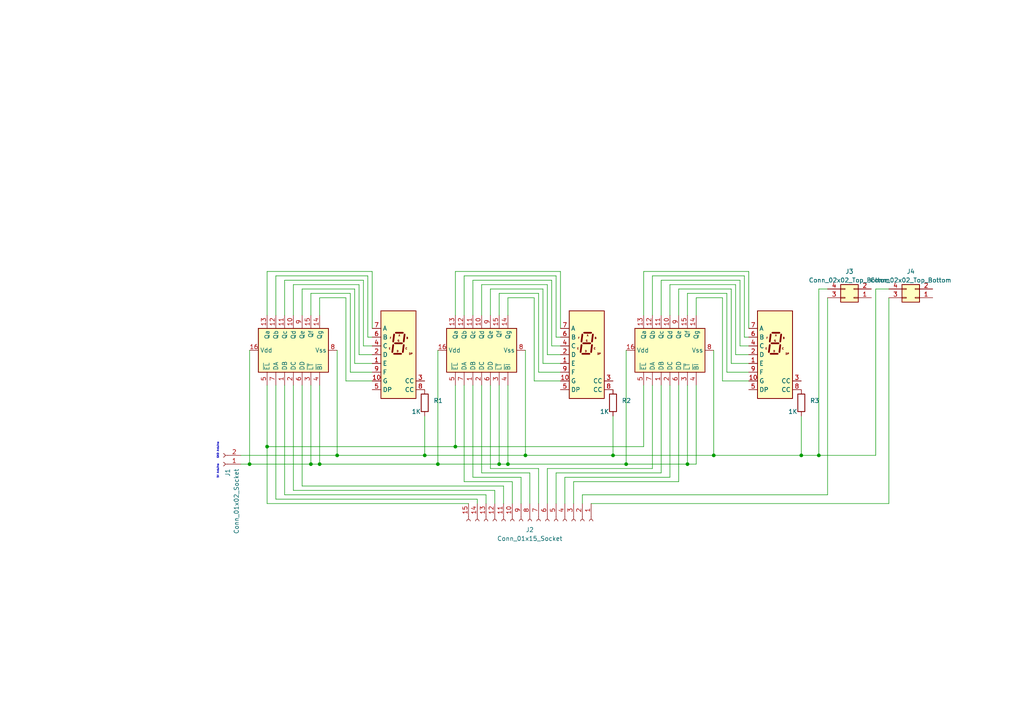
<source format=kicad_sch>
(kicad_sch (version 20230121) (generator eeschema)
  (paper "A4")
  (lib_symbols
    (symbol "4xxx_IEEE:4511"
      (property "Reference" "U" (at 8.89 11.43 0))
      (property "Value" "4511" (at 8.89 -11.43 0))
      (symbol "4511_0_1"
        (rectangle (start -6.35 10.16) (end 6.35 -10.16) (stroke (width 0.254)) (fill (type background)))
      )
      (symbol "4511_1_1"
        (pin input line (at -10.16 2.54 0) (length 3.81) (name "DB") (number "1"))
        (pin output line (at 10.16 0 180) (length 3.81) (name "Qd") (number "10"))
        (pin output line (at 10.16 2.54 180) (length 3.81) (name "Qc") (number "11"))
        (pin output line (at 10.16 5.08 180) (length 3.81) (name "Qb") (number "12"))
        (pin output line (at 10.16 7.62 180) (length 3.81) (name "Qa") (number "13"))
        (pin output line (at 10.16 -7.62 180) (length 3.81) (name "Qg") (number "14"))
        (pin output line (at 10.16 -5.08 180) (length 3.81) (name "Qf") (number "15"))
        (pin power_in line (at 0 12.7 270) (length 2.54) (name "Vdd") (number "16"))
        (pin input line (at -10.16 0 0) (length 3.81) (name "DC") (number "2"))
        (pin input line (at -10.16 -5.08 0) (length 3.81) (name "~{LT}") (number "3"))
        (pin input line (at -10.16 -7.62 0) (length 3.81) (name "~{BI}") (number "4"))
        (pin input line (at -10.16 7.62 0) (length 3.81) (name "~{EL}") (number "5"))
        (pin input line (at -10.16 -2.54 0) (length 3.81) (name "DD") (number "6"))
        (pin input line (at -10.16 5.08 0) (length 3.81) (name "DA") (number "7"))
        (pin power_in line (at 0 -12.7 90) (length 2.54) (name "Vss") (number "8"))
        (pin output line (at 10.16 -2.54 180) (length 3.81) (name "Qe") (number "9"))
      )
    )
    (symbol "Connector:Conn_01x02_Socket" (pin_names (offset 1.016) hide)
      (property "Reference" "J" (at 0 2.54 0))
      (property "Value" "Conn_01x02_Socket" (at 0 -5.08 0))
      (symbol "Conn_01x02_Socket_1_1"
        (arc (start 0 -2.032) (mid -0.5058 -2.54) (end 0 -3.048) (stroke (width 0.1524)))
        (polyline (pts (xy -1.27 -2.54) (xy -0.508 -2.54)) (stroke (width 0.1524)))
        (polyline (pts (xy -1.27 0) (xy -0.508 0)) (stroke (width 0.1524)))
        (arc (start 0 0.508) (mid -0.5058 0) (end 0 -0.508) (stroke (width 0.1524)))
        (pin passive line (at -5.08 0 0) (length 3.81) (name "Pin_1") (number "1"))
        (pin passive line (at -5.08 -2.54 0) (length 3.81) (name "Pin_2") (number "2"))
      )
    )
    (symbol "Connector:Conn_01x15_Socket" (pin_names (offset 1.016) hide)
      (property "Reference" "J" (at 0 20.32 0))
      (property "Value" "Conn_01x15_Socket" (at 0 -20.32 0))
      (symbol "Conn_01x15_Socket_1_1"
        (arc (start 0 -17.272) (mid -0.5058 -17.78) (end 0 -18.288) (stroke (width 0.1524)))
        (arc (start 0 -14.732) (mid -0.5058 -15.24) (end 0 -15.748) (stroke (width 0.1524)))
        (arc (start 0 -12.192) (mid -0.5058 -12.7) (end 0 -13.208) (stroke (width 0.1524)))
        (arc (start 0 -9.652) (mid -0.5058 -10.16) (end 0 -10.668) (stroke (width 0.1524)))
        (arc (start 0 -7.112) (mid -0.5058 -7.62) (end 0 -8.128) (stroke (width 0.1524)))
        (arc (start 0 -4.572) (mid -0.5058 -5.08) (end 0 -5.588) (stroke (width 0.1524)))
        (arc (start 0 -2.032) (mid -0.5058 -2.54) (end 0 -3.048) (stroke (width 0.1524)))
        (polyline (pts (xy -1.27 -17.78) (xy -0.508 -17.78)) (stroke (width 0.1524)))
        (polyline (pts (xy -1.27 -15.24) (xy -0.508 -15.24)) (stroke (width 0.1524)))
        (polyline (pts (xy -1.27 -12.7) (xy -0.508 -12.7)) (stroke (width 0.1524)))
        (polyline (pts (xy -1.27 -10.16) (xy -0.508 -10.16)) (stroke (width 0.1524)))
        (polyline (pts (xy -1.27 -7.62) (xy -0.508 -7.62)) (stroke (width 0.1524)))
        (polyline (pts (xy -1.27 -5.08) (xy -0.508 -5.08)) (stroke (width 0.1524)))
        (polyline (pts (xy -1.27 -2.54) (xy -0.508 -2.54)) (stroke (width 0.1524)))
        (polyline (pts (xy -1.27 0) (xy -0.508 0)) (stroke (width 0.1524)))
        (polyline (pts (xy -1.27 2.54) (xy -0.508 2.54)) (stroke (width 0.1524)))
        (polyline (pts (xy -1.27 5.08) (xy -0.508 5.08)) (stroke (width 0.1524)))
        (polyline (pts (xy -1.27 7.62) (xy -0.508 7.62)) (stroke (width 0.1524)))
        (polyline (pts (xy -1.27 10.16) (xy -0.508 10.16)) (stroke (width 0.1524)))
        (polyline (pts (xy -1.27 12.7) (xy -0.508 12.7)) (stroke (width 0.1524)))
        (polyline (pts (xy -1.27 15.24) (xy -0.508 15.24)) (stroke (width 0.1524)))
        (polyline (pts (xy -1.27 17.78) (xy -0.508 17.78)) (stroke (width 0.1524)))
        (arc (start 0 0.508) (mid -0.5058 0) (end 0 -0.508) (stroke (width 0.1524)))
        (arc (start 0 3.048) (mid -0.5058 2.54) (end 0 2.032) (stroke (width 0.1524)))
        (arc (start 0 5.588) (mid -0.5058 5.08) (end 0 4.572) (stroke (width 0.1524)))
        (arc (start 0 8.128) (mid -0.5058 7.62) (end 0 7.112) (stroke (width 0.1524)))
        (arc (start 0 10.668) (mid -0.5058 10.16) (end 0 9.652) (stroke (width 0.1524)))
        (arc (start 0 13.208) (mid -0.5058 12.7) (end 0 12.192) (stroke (width 0.1524)))
        (arc (start 0 15.748) (mid -0.5058 15.24) (end 0 14.732) (stroke (width 0.1524)))
        (arc (start 0 18.288) (mid -0.5058 17.78) (end 0 17.272) (stroke (width 0.1524)))
        (pin passive line (at -5.08 17.78 0) (length 3.81) (name "Pin_1") (number "1"))
        (pin passive line (at -5.08 -5.08 0) (length 3.81) (name "Pin_10") (number "10"))
        (pin passive line (at -5.08 -7.62 0) (length 3.81) (name "Pin_11") (number "11"))
        (pin passive line (at -5.08 -10.16 0) (length 3.81) (name "Pin_12") (number "12"))
        (pin passive line (at -5.08 -12.7 0) (length 3.81) (name "Pin_13") (number "13"))
        (pin passive line (at -5.08 -15.24 0) (length 3.81) (name "Pin_14") (number "14"))
        (pin passive line (at -5.08 -17.78 0) (length 3.81) (name "Pin_15") (number "15"))
        (pin passive line (at -5.08 15.24 0) (length 3.81) (name "Pin_2") (number "2"))
        (pin passive line (at -5.08 12.7 0) (length 3.81) (name "Pin_3") (number "3"))
        (pin passive line (at -5.08 10.16 0) (length 3.81) (name "Pin_4") (number "4"))
        (pin passive line (at -5.08 7.62 0) (length 3.81) (name "Pin_5") (number "5"))
        (pin passive line (at -5.08 5.08 0) (length 3.81) (name "Pin_6") (number "6"))
        (pin passive line (at -5.08 2.54 0) (length 3.81) (name "Pin_7") (number "7"))
        (pin passive line (at -5.08 0 0) (length 3.81) (name "Pin_8") (number "8"))
        (pin passive line (at -5.08 -2.54 0) (length 3.81) (name "Pin_9") (number "9"))
      )
    )
    (symbol "Connector_Generic:Conn_02x02_Top_Bottom" (pin_names (offset 1.016) hide)
      (property "Reference" "J" (at 1.27 2.54 0))
      (property "Value" "Conn_02x02_Top_Bottom" (at 1.27 -5.08 0))
      (symbol "Conn_02x02_Top_Bottom_1_1"
        (rectangle (start -1.27 -2.413) (end 0 -2.667) (stroke (width 0.1524)))
        (rectangle (start -1.27 0.127) (end 0 -0.127) (stroke (width 0.1524)))
        (rectangle (start -1.27 1.27) (end 3.81 -3.81) (stroke (width 0.254)) (fill (type background)))
        (rectangle (start 3.81 -2.413) (end 2.54 -2.667) (stroke (width 0.1524)))
        (rectangle (start 3.81 0.127) (end 2.54 -0.127) (stroke (width 0.1524)))
        (pin passive line (at -5.08 0 0) (length 3.81) (name "Pin_1") (number "1"))
        (pin passive line (at -5.08 -2.54 0) (length 3.81) (name "Pin_2") (number "2"))
        (pin passive line (at 7.62 0 180) (length 3.81) (name "Pin_3") (number "3"))
        (pin passive line (at 7.62 -2.54 180) (length 3.81) (name "Pin_4") (number "4"))
      )
    )
    (symbol "Device:R" (pin_numbers hide) (pin_names (offset 0))
      (property "Reference" "R" (at 2.032 0 90))
      (property "Value" "R" (at 0 0 90))
      (symbol "R_0_1"
        (rectangle (start -1.016 -2.54) (end 1.016 2.54) (stroke (width 0.254)))
      )
      (symbol "R_1_1"
        (pin passive line (at 0 3.81 270) (length 1.27) (name "~") (number "1"))
        (pin passive line (at 0 -3.81 90) (length 1.27) (name "~") (number "2"))
      )
    )
    (symbol "Display_Character:D168K"
      (property "Reference" "U" (at -2.54 13.97 0))
      (property "Value" "D168K" (at 1.27 13.97 0))
      (symbol "D168K_0_0"
        (text "A" (at 0.254 5.588 0) (effects (font (size 0.508 0.508))))
        (text "B" (at 2.54 4.826 0) (effects (font (size 0.508 0.508))))
        (text "C" (at 2.286 1.778 0) (effects (font (size 0.508 0.508))))
        (text "D" (at -0.254 1.016 0) (effects (font (size 0.508 0.508))))
        (text "DP" (at 3.556 0.254 0) (effects (font (size 0.508 0.508))))
        (text "E" (at -2.54 1.778 0) (effects (font (size 0.508 0.508))))
        (text "F" (at -2.286 4.826 0) (effects (font (size 0.508 0.508))))
        (text "G" (at 0 4.064 0) (effects (font (size 0.508 0.508))))
      )
      (symbol "D168K_0_1"
        (rectangle (start -5.08 12.7) (end 5.08 -12.7) (stroke (width 0.254)) (fill (type background)))
        (polyline (pts (xy -1.524 2.794) (xy -1.778 0.762)) (stroke (width 0.508)))
        (polyline (pts (xy -1.27 0.254) (xy 0.762 0.254)) (stroke (width 0.508)))
        (polyline (pts (xy -1.27 5.842) (xy -1.524 3.81)) (stroke (width 0.508)))
        (polyline (pts (xy -1.016 3.302) (xy 1.016 3.302)) (stroke (width 0.508)))
        (polyline (pts (xy -0.762 6.35) (xy 1.27 6.35)) (stroke (width 0.508)))
        (polyline (pts (xy 1.524 2.794) (xy 1.27 0.762)) (stroke (width 0.508)))
        (polyline (pts (xy 1.778 5.842) (xy 1.524 3.81)) (stroke (width 0.508)))
        (polyline (pts (xy 2.54 0.254) (xy 2.54 0.254)) (stroke (width 0.508)))
      )
      (symbol "D168K_1_1"
        (pin input line (at -7.62 -2.54 0) (length 2.54) (name "E") (number "1"))
        (pin input line (at -7.62 -7.62 0) (length 2.54) (name "G") (number "10"))
        (pin input line (at -7.62 0 0) (length 2.54) (name "D") (number "2"))
        (pin input line (at 7.62 -7.62 180) (length 2.54) (name "CC") (number "3"))
        (pin input line (at -7.62 2.54 0) (length 2.54) (name "C") (number "4"))
        (pin input line (at -7.62 -10.16 0) (length 2.54) (name "DP") (number "5"))
        (pin input line (at -7.62 5.08 0) (length 2.54) (name "B") (number "6"))
        (pin input line (at -7.62 7.62 0) (length 2.54) (name "A") (number "7"))
        (pin input line (at 7.62 -10.16 180) (length 2.54) (name "CC") (number "8"))
        (pin input line (at -7.62 -5.08 0) (length 2.54) (name "F") (number "9"))
      )
    )
  )
  (junction (at 199.39 134.62))
  (junction (at 232.41 132.08))
  (junction (at 237.49 132.08))
  (junction (at 207.01 132.08))
  (junction (at 92.71 134.62))
  (junction (at 90.17 134.62))
  (junction (at 147.32 134.62))
  (junction (at 72.39 134.62))
  (junction (at 123.19 132.08))
  (junction (at 152.4 132.08))
  (junction (at 144.78 134.62))
  (junction (at 77.47 129.54))
  (junction (at 97.79 132.08))
  (junction (at 132.08 129.54))
  (junction (at 181.61 134.62))
  (junction (at 127 134.62))
  (junction (at 177.8 132.08))
  (wire (pts (xy 144.78 85.09) (xy 156.21 85.09)))
  (wire (pts (xy 161.29 97.79) (xy 162.56 97.79)))
  (wire (pts (xy 156.21 107.95) (xy 162.56 107.95)))
  (wire (pts (xy 80.01 144.78) (xy 138.43 144.78)))
  (wire (pts (xy 209.55 110.49) (xy 217.17 110.49)))
  (wire (pts (xy 142.24 135.89) (xy 156.21 135.89)))
  (wire (pts (xy 199.39 91.44) (xy 199.39 85.09)))
  (wire (pts (xy 77.47 78.74) (xy 107.95 78.74)))
  (wire (pts (xy 101.6 107.95) (xy 107.95 107.95)))
  (wire (pts (xy 107.95 78.74) (xy 107.95 95.25)))
  (wire (pts (xy 80.01 91.44) (xy 80.01 80.01)))
  (wire (pts (xy 87.63 83.82) (xy 102.87 83.82)))
  (wire (pts (xy 144.78 134.62) (xy 147.32 134.62)))
  (wire (pts (xy 157.48 83.82) (xy 157.48 105.41)))
  (wire (pts (xy 237.49 83.82) (xy 237.49 132.08)))
  (wire (pts (xy 140.97 143.51) (xy 140.97 146.05)))
  (wire (pts (xy 85.09 91.44) (xy 85.09 82.55)))
  (wire (pts (xy 215.9 80.01) (xy 215.9 97.79)))
  (wire (pts (xy 77.47 146.05) (xy 77.47 129.54)))
  (wire (pts (xy 127 101.6) (xy 127 134.62)))
  (wire (pts (xy 189.23 135.89) (xy 158.75 135.89)))
  (wire (pts (xy 87.63 91.44) (xy 87.63 83.82)))
  (wire (pts (xy 186.69 129.54) (xy 186.69 111.76)))
  (wire (pts (xy 134.62 139.7) (xy 148.59 139.7)))
  (wire (pts (xy 80.01 80.01) (xy 106.68 80.01)))
  (wire (pts (xy 134.62 80.01) (xy 161.29 80.01)))
  (wire (pts (xy 189.23 80.01) (xy 215.9 80.01)))
  (wire (pts (xy 147.32 134.62) (xy 181.61 134.62)))
  (wire (pts (xy 144.78 111.76) (xy 144.78 134.62)))
  (wire (pts (xy 82.55 91.44) (xy 82.55 81.28)))
  (wire (pts (xy 207.01 101.6) (xy 207.01 132.08)))
  (wire (pts (xy 196.85 139.7) (xy 166.37 139.7)))
  (wire (pts (xy 217.17 78.74) (xy 217.17 95.25)))
  (wire (pts (xy 137.16 91.44) (xy 137.16 81.28)))
  (wire (pts (xy 106.68 97.79) (xy 107.95 97.79)))
  (wire (pts (xy 77.47 129.54) (xy 132.08 129.54)))
  (wire (pts (xy 92.71 91.44) (xy 92.71 86.36)))
  (wire (pts (xy 139.7 82.55) (xy 158.75 82.55)))
  (wire (pts (xy 158.75 102.87) (xy 162.56 102.87)))
  (wire (pts (xy 156.21 85.09) (xy 156.21 107.95)))
  (wire (pts (xy 147.32 111.76) (xy 147.32 134.62)))
  (wire (pts (xy 90.17 91.44) (xy 90.17 85.09)))
  (wire (pts (xy 215.9 97.79) (xy 217.17 97.79)))
  (wire (pts (xy 139.7 91.44) (xy 139.7 82.55)))
  (wire (pts (xy 90.17 111.76) (xy 90.17 134.62)))
  (wire (pts (xy 186.69 78.74) (xy 217.17 78.74)))
  (wire (pts (xy 97.79 132.08) (xy 123.19 132.08)))
  (wire (pts (xy 102.87 105.41) (xy 107.95 105.41)))
  (wire (pts (xy 194.31 82.55) (xy 213.36 82.55)))
  (wire (pts (xy 199.39 85.09) (xy 210.82 85.09)))
  (wire (pts (xy 143.51 142.24) (xy 143.51 146.05)))
  (wire (pts (xy 69.85 134.62) (xy 72.39 134.62)))
  (wire (pts (xy 142.24 91.44) (xy 142.24 83.82)))
  (wire (pts (xy 240.03 143.51) (xy 168.91 143.51)))
  (wire (pts (xy 132.08 91.44) (xy 132.08 78.74)))
  (wire (pts (xy 123.19 120.65) (xy 123.19 132.08)))
  (wire (pts (xy 189.23 91.44) (xy 189.23 80.01)))
  (wire (pts (xy 105.41 81.28) (xy 105.41 100.33)))
  (wire (pts (xy 162.56 78.74) (xy 162.56 95.25)))
  (wire (pts (xy 132.08 78.74) (xy 162.56 78.74)))
  (wire (pts (xy 209.55 86.36) (xy 209.55 110.49)))
  (wire (pts (xy 191.77 111.76) (xy 191.77 137.16)))
  (wire (pts (xy 147.32 91.44) (xy 147.32 86.36)))
  (wire (pts (xy 85.09 111.76) (xy 85.09 142.24)))
  (wire (pts (xy 257.81 83.82) (xy 254 83.82)))
  (wire (pts (xy 134.62 111.76) (xy 134.62 139.7)))
  (wire (pts (xy 194.31 138.43) (xy 163.83 138.43)))
  (wire (pts (xy 82.55 111.76) (xy 82.55 143.51)))
  (wire (pts (xy 102.87 83.82) (xy 102.87 105.41)))
  (wire (pts (xy 191.77 137.16) (xy 161.29 137.16)))
  (wire (pts (xy 142.24 111.76) (xy 142.24 135.89)))
  (wire (pts (xy 189.23 111.76) (xy 189.23 135.89)))
  (wire (pts (xy 134.62 91.44) (xy 134.62 80.01)))
  (wire (pts (xy 97.79 101.6) (xy 97.79 132.08)))
  (wire (pts (xy 146.05 140.97) (xy 146.05 146.05)))
  (wire (pts (xy 154.94 110.49) (xy 162.56 110.49)))
  (wire (pts (xy 77.47 111.76) (xy 77.47 129.54)))
  (wire (pts (xy 132.08 129.54) (xy 132.08 111.76)))
  (wire (pts (xy 191.77 81.28) (xy 214.63 81.28)))
  (wire (pts (xy 160.02 100.33) (xy 162.56 100.33)))
  (wire (pts (xy 254 132.08) (xy 237.49 132.08)))
  (wire (pts (xy 213.36 82.55) (xy 213.36 102.87)))
  (wire (pts (xy 92.71 111.76) (xy 92.71 134.62)))
  (wire (pts (xy 147.32 86.36) (xy 154.94 86.36)))
  (wire (pts (xy 82.55 143.51) (xy 140.97 143.51)))
  (wire (pts (xy 100.33 86.36) (xy 100.33 110.49)))
  (wire (pts (xy 156.21 135.89) (xy 156.21 146.05)))
  (wire (pts (xy 127 134.62) (xy 144.78 134.62)))
  (wire (pts (xy 148.59 139.7) (xy 148.59 146.05)))
  (wire (pts (xy 142.24 83.82) (xy 157.48 83.82)))
  (wire (pts (xy 161.29 80.01) (xy 161.29 97.79)))
  (wire (pts (xy 210.82 85.09) (xy 210.82 107.95)))
  (wire (pts (xy 181.61 101.6) (xy 181.61 134.62)))
  (wire (pts (xy 90.17 134.62) (xy 92.71 134.62)))
  (wire (pts (xy 100.33 110.49) (xy 107.95 110.49)))
  (wire (pts (xy 137.16 81.28) (xy 160.02 81.28)))
  (wire (pts (xy 201.93 111.76) (xy 201.93 134.62)))
  (wire (pts (xy 105.41 100.33) (xy 107.95 100.33)))
  (wire (pts (xy 90.17 85.09) (xy 101.6 85.09)))
  (wire (pts (xy 196.85 83.82) (xy 212.09 83.82)))
  (wire (pts (xy 212.09 83.82) (xy 212.09 105.41)))
  (wire (pts (xy 196.85 91.44) (xy 196.85 83.82)))
  (wire (pts (xy 72.39 134.62) (xy 90.17 134.62)))
  (wire (pts (xy 139.7 111.76) (xy 139.7 137.16)))
  (wire (pts (xy 194.31 111.76) (xy 194.31 138.43)))
  (wire (pts (xy 152.4 132.08) (xy 177.8 132.08)))
  (wire (pts (xy 139.7 137.16) (xy 153.67 137.16)))
  (wire (pts (xy 80.01 111.76) (xy 80.01 144.78)))
  (wire (pts (xy 201.93 91.44) (xy 201.93 86.36)))
  (wire (pts (xy 137.16 138.43) (xy 151.13 138.43)))
  (wire (pts (xy 144.78 91.44) (xy 144.78 85.09)))
  (wire (pts (xy 160.02 81.28) (xy 160.02 100.33)))
  (wire (pts (xy 237.49 132.08) (xy 232.41 132.08)))
  (wire (pts (xy 257.81 86.36) (xy 257.81 146.05)))
  (wire (pts (xy 77.47 91.44) (xy 77.47 78.74)))
  (wire (pts (xy 240.03 86.36) (xy 240.03 143.51)))
  (wire (pts (xy 123.19 132.08) (xy 152.4 132.08)))
  (wire (pts (xy 210.82 107.95) (xy 217.17 107.95)))
  (wire (pts (xy 92.71 134.62) (xy 127 134.62)))
  (wire (pts (xy 177.8 132.08) (xy 207.01 132.08)))
  (wire (pts (xy 104.14 82.55) (xy 104.14 102.87)))
  (wire (pts (xy 101.6 85.09) (xy 101.6 107.95)))
  (wire (pts (xy 154.94 86.36) (xy 154.94 110.49)))
  (wire (pts (xy 151.13 138.43) (xy 151.13 146.05)))
  (wire (pts (xy 85.09 142.24) (xy 143.51 142.24)))
  (wire (pts (xy 138.43 144.78) (xy 138.43 146.05)))
  (wire (pts (xy 201.93 86.36) (xy 209.55 86.36)))
  (wire (pts (xy 240.03 83.82) (xy 237.49 83.82)))
  (wire (pts (xy 104.14 102.87) (xy 107.95 102.87)))
  (wire (pts (xy 69.85 132.08) (xy 97.79 132.08)))
  (wire (pts (xy 232.41 120.65) (xy 232.41 132.08)))
  (wire (pts (xy 82.55 81.28) (xy 105.41 81.28)))
  (wire (pts (xy 199.39 111.76) (xy 199.39 134.62)))
  (wire (pts (xy 166.37 139.7) (xy 166.37 146.05)))
  (wire (pts (xy 87.63 140.97) (xy 146.05 140.97)))
  (wire (pts (xy 232.41 132.08) (xy 207.01 132.08)))
  (wire (pts (xy 196.85 111.76) (xy 196.85 139.7)))
  (wire (pts (xy 152.4 101.6) (xy 152.4 132.08)))
  (wire (pts (xy 201.93 134.62) (xy 199.39 134.62)))
  (wire (pts (xy 191.77 91.44) (xy 191.77 81.28)))
  (wire (pts (xy 214.63 81.28) (xy 214.63 100.33)))
  (wire (pts (xy 132.08 129.54) (xy 186.69 129.54)))
  (wire (pts (xy 214.63 100.33) (xy 217.17 100.33)))
  (wire (pts (xy 157.48 105.41) (xy 162.56 105.41)))
  (wire (pts (xy 199.39 134.62) (xy 181.61 134.62)))
  (wire (pts (xy 137.16 111.76) (xy 137.16 138.43)))
  (wire (pts (xy 212.09 105.41) (xy 217.17 105.41)))
  (wire (pts (xy 254 83.82) (xy 254 132.08)))
  (wire (pts (xy 257.81 146.05) (xy 171.45 146.05)))
  (wire (pts (xy 85.09 82.55) (xy 104.14 82.55)))
  (wire (pts (xy 161.29 137.16) (xy 161.29 146.05)))
  (wire (pts (xy 168.91 143.51) (xy 168.91 146.05)))
  (wire (pts (xy 72.39 101.6) (xy 72.39 134.62)))
  (wire (pts (xy 92.71 86.36) (xy 100.33 86.36)))
  (wire (pts (xy 213.36 102.87) (xy 217.17 102.87)))
  (wire (pts (xy 153.67 137.16) (xy 153.67 146.05)))
  (wire (pts (xy 106.68 80.01) (xy 106.68 97.79)))
  (wire (pts (xy 177.8 120.65) (xy 177.8 132.08)))
  (wire (pts (xy 163.83 138.43) (xy 163.83 146.05)))
  (wire (pts (xy 194.31 91.44) (xy 194.31 82.55)))
  (wire (pts (xy 87.63 111.76) (xy 87.63 140.97)))
  (wire (pts (xy 135.89 146.05) (xy 77.47 146.05)))
  (wire (pts (xy 186.69 91.44) (xy 186.69 78.74)))
  (wire (pts (xy 158.75 135.89) (xy 158.75 146.05)))
  (wire (pts (xy 158.75 82.55) (xy 158.75 102.87)))
  (text "5V Arduino" (at 63.5 134.62 90) (effects (font (size 0.5 0.5)) (justify right bottom)))
  (text "GND Arduino" (at 63.5 128.27 90) (effects (font (size 0.5 0.5)) (justify right bottom)))
  (symbol (lib_id "4xxx_IEEE:4511") (at 139.7 101.6 90) (unit 1)
    (property "Reference" "U2" (effects hide))
    (property "Value" "4511" (effects hide))
    (property "Footprint" "eec:Texas_Instruments-CD74HCT4511E-Manufacturer_Recommended" (effects hide))
  )
  (symbol (lib_id "Display_Character:D168K") (at 224.79 102.87 0) (unit 1)
    (property "Reference" "U6" (effects hide))
    (property "Value" "D168K" (effects hide))
    (property "Footprint" "Display_7Segment:D1X8K" (effects hide))
    (property "Datasheet" "https://ia800903.us.archive.org/24/items/CTKD1x8K/Cromatek%20D168K.pdf" (effects hide))
  )
  (symbol (lib_id "4xxx_IEEE:4511") (at 194.31 101.6 90) (unit 1)
    (property "Reference" "U3" (effects hide))
    (property "Value" "4511" (effects hide))
    (property "Footprint" "eec:Texas_Instruments-CD74HCT4511E-Manufacturer_Recommended" (effects hide))
  )
  (symbol (lib_id "Device:R") (at 177.8 116.84 0) (unit 1)
    (property "Reference" "R2" (at 180.34 116.205 0) (effects (justify left)))
    (property "Value" "1K" (at 173.99 119.38 0) (effects (justify left)))
    (property "Footprint" "Resistor_THT:R_Axial_DIN0207_L6.3mm_D2.5mm_P10.16mm_Horizontal" (effects hide))
  )
  (symbol (lib_id "Device:R") (at 123.19 116.84 0) (unit 1)
    (property "Reference" "R1" (at 125.73 116.205 0) (effects (justify left)))
    (property "Value" "1K" (at 119.38 119.38 0) (effects (justify left)))
    (property "Footprint" "Resistor_THT:R_Axial_DIN0207_L6.3mm_D2.5mm_P10.16mm_Horizontal" (effects hide))
  )
  (symbol (lib_id "Connector_Generic:Conn_02x02_Top_Bottom") (at 265.43 86.36 180) (unit 1)
    (property "Reference" "J4" (at 264.16 78.74 0))
    (property "Value" "Conn_02x02_Top_Bottom" (at 264.16 81.28 0))
    (property "Footprint" "Connector_Harwin:Harwin_LTek-Male_2x02_P2.00mm_Vertical" (effects hide))
  )
  (symbol (lib_id "Connector_Generic:Conn_02x02_Top_Bottom") (at 247.65 86.36 180) (unit 1)
    (property "Reference" "J3" (at 246.38 78.74 0))
    (property "Value" "Conn_02x02_Top_Bottom" (at 246.38 81.28 0))
    (property "Footprint" "Connector_Harwin:Harwin_LTek-Male_2x02_P2.00mm_Vertical" (effects hide))
  )
  (symbol (lib_id "Connector:Conn_01x02_Socket") (at 64.77 134.62 180) (unit 1)
    (property "Reference" "J1" (at 66.04 135.89 90) (effects (justify left)))
    (property "Value" "Conn_01x02_Socket" (at 68.58 135.89 90) (effects (justify left)))
    (property "Footprint" "Connector_PinHeader_2.54mm:PinHeader_1x02_P2.54mm_Vertical" (effects hide))
  )
  (symbol (lib_id "Display_Character:D168K") (at 170.18 102.87 0) (unit 1)
    (property "Reference" "U5" (effects hide))
    (property "Value" "D168K" (effects hide))
    (property "Footprint" "Display_7Segment:D1X8K" (effects hide))
    (property "Datasheet" "https://ia800903.us.archive.org/24/items/CTKD1x8K/Cromatek%20D168K.pdf" (effects hide))
  )
  (symbol (lib_id "Device:R") (at 232.41 116.84 0) (unit 1)
    (property "Reference" "R3" (at 234.95 116.205 0) (effects (justify left)))
    (property "Value" "1K" (at 228.6 119.38 0) (effects (justify left)))
    (property "Footprint" "Resistor_THT:R_Axial_DIN0207_L6.3mm_D2.5mm_P10.16mm_Horizontal" (effects hide))
  )
  (symbol (lib_id "Connector:Conn_01x15_Socket") (at 153.67 151.13 270) (unit 1)
    (property "Reference" "J2" (at 153.67 153.67 90))
    (property "Value" "Conn_01x15_Socket" (at 153.67 156.21 90))
    (property "Footprint" "Connector_PinHeader_2.54mm:PinHeader_1x15_P2.54mm_Vertical" (effects hide))
  )
  (symbol (lib_id "Display_Character:D168K") (at 115.57 102.87 0) (unit 1)
    (property "Reference" "U4" (effects hide))
    (property "Value" "D168K" (effects hide))
    (property "Footprint" "Display_7Segment:D1X8K" (effects hide))
    (property "Datasheet" "https://ia800903.us.archive.org/24/items/CTKD1x8K/Cromatek%20D168K.pdf" (effects hide))
  )
  (symbol (lib_id "4xxx_IEEE:4511") (at 85.09 101.6 90) (unit 1)
    (property "Reference" "U1" (effects hide))
    (property "Value" "4511" (effects hide))
    (property "Footprint" "eec:Texas_Instruments-CD74HCT4511E-Manufacturer_Recommended" (effects hide))
  )
)
</source>
